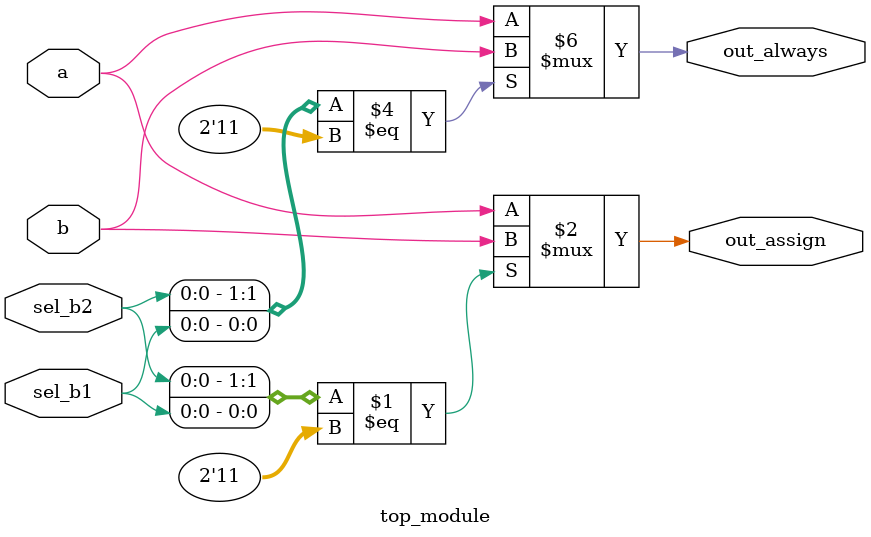
<source format=v>
module top_module(
    input a,
    input b,
    input sel_b1,
    input sel_b2,
    output wire out_assign,
    output reg out_always   ); 

assign out_assign = ({sel_b2, sel_b1} == 2'b11) ? b : a;

always@(*)begin
	if({sel_b2, sel_b1} == 2'b11)
		out_always = b;
	else 
		out_always = a;
end

endmodule

</source>
